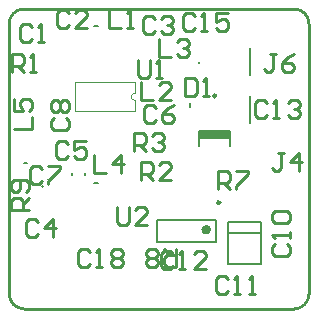
<source format=gto>
G04 Layer_Color=65535*
%FSLAX44Y44*%
%MOMM*%
G71*
G01*
G75*
%ADD27C,0.4000*%
%ADD29C,0.2540*%
%ADD30C,0.2000*%
%ADD39C,0.2500*%
%ADD40C,0.1000*%
%ADD41R,2.6000X0.7778*%
D27*
X168860Y67040D02*
G03*
X168860Y67040I-2000J0D01*
G01*
D29*
X127000Y228595D02*
Y213360D01*
X137157D01*
X142235Y226056D02*
X144774Y228595D01*
X149853D01*
X152392Y226056D01*
Y223517D01*
X149853Y220977D01*
X147313D01*
X149853D01*
X152392Y218438D01*
Y215899D01*
X149853Y213360D01*
X144774D01*
X142235Y215899D01*
X157477Y247646D02*
X154937Y250185D01*
X149859D01*
X147320Y247646D01*
Y237489D01*
X149859Y234950D01*
X154937D01*
X157477Y237489D01*
X162555Y234950D02*
X167633D01*
X165094D01*
Y250185D01*
X162555Y247646D01*
X185408Y250185D02*
X175251D01*
Y242568D01*
X180329Y245107D01*
X182868D01*
X185408Y242568D01*
Y237489D01*
X182868Y234950D01*
X177790D01*
X175251Y237489D01*
X218437Y173986D02*
X215898Y176525D01*
X210819D01*
X208280Y173986D01*
Y163829D01*
X210819Y161290D01*
X215898D01*
X218437Y163829D01*
X223515Y161290D02*
X228593D01*
X226054D01*
Y176525D01*
X223515Y173986D01*
X236211D02*
X238750Y176525D01*
X243829D01*
X246368Y173986D01*
Y171447D01*
X243829Y168908D01*
X241289D01*
X243829D01*
X246368Y166368D01*
Y163829D01*
X243829Y161290D01*
X238750D01*
X236211Y163829D01*
X27937Y118106D02*
X25398Y120645D01*
X20319D01*
X17780Y118106D01*
Y107949D01*
X20319Y105410D01*
X25398D01*
X27937Y107949D01*
X33015Y120645D02*
X43172D01*
Y118106D01*
X33015Y107949D01*
Y105410D01*
X68577Y48256D02*
X66038Y50795D01*
X60959D01*
X58420Y48256D01*
Y38099D01*
X60959Y35560D01*
X66038D01*
X68577Y38099D01*
X73655Y35560D02*
X78733D01*
X76194D01*
Y50795D01*
X73655Y48256D01*
X86351D02*
X88890Y50795D01*
X93968D01*
X96508Y48256D01*
Y45717D01*
X93968Y43177D01*
X96508Y40638D01*
Y38099D01*
X93968Y35560D01*
X88890D01*
X86351Y38099D01*
Y40638D01*
X88890Y43177D01*
X86351Y45717D01*
Y48256D01*
X88890Y43177D02*
X93968D01*
X140970Y50800D02*
Y35565D01*
X133352D01*
X130813Y38104D01*
Y43183D01*
X133352Y45722D01*
X140970D01*
X135892D02*
X130813Y50800D01*
X125735Y38104D02*
X123196Y35565D01*
X118117D01*
X115578Y38104D01*
Y40643D01*
X118117Y43183D01*
X115578Y45722D01*
Y48261D01*
X118117Y50800D01*
X123196D01*
X125735Y48261D01*
Y45722D01*
X123196Y43183D01*
X125735Y40643D01*
Y38104D01*
X123196Y43183D02*
X118117D01*
X176530Y101600D02*
Y116835D01*
X184147D01*
X186687Y114296D01*
Y109218D01*
X184147Y106678D01*
X176530D01*
X181608D02*
X186687Y101600D01*
X191765Y116835D02*
X201922D01*
Y114296D01*
X191765Y104139D01*
Y101600D01*
X105410Y133350D02*
Y148585D01*
X113027D01*
X115567Y146046D01*
Y140968D01*
X113027Y138428D01*
X105410D01*
X110488D02*
X115567Y133350D01*
X120645Y146046D02*
X123184Y148585D01*
X128263D01*
X130802Y146046D01*
Y143507D01*
X128263Y140968D01*
X125723D01*
X128263D01*
X130802Y138428D01*
Y135889D01*
X128263Y133350D01*
X123184D01*
X120645Y135889D01*
X111760Y109220D02*
Y124455D01*
X119377D01*
X121917Y121916D01*
Y116838D01*
X119377Y114298D01*
X111760D01*
X116838D02*
X121917Y109220D01*
X137152D02*
X126995D01*
X137152Y119377D01*
Y121916D01*
X134613Y124455D01*
X129534D01*
X126995Y121916D01*
X2540Y200660D02*
Y215895D01*
X10158D01*
X12697Y213356D01*
Y208277D01*
X10158Y205738D01*
X2540D01*
X7618D02*
X12697Y200660D01*
X17775D02*
X22853D01*
X20314D01*
Y215895D01*
X17775Y213356D01*
X111760Y191765D02*
Y176530D01*
X121917D01*
X137152D02*
X126995D01*
X137152Y186687D01*
Y189226D01*
X134613Y191765D01*
X129534D01*
X126995Y189226D01*
X84606Y252800D02*
Y237565D01*
X94763D01*
X99841D02*
X104920D01*
X102381D01*
Y252800D01*
X99841Y250261D01*
X138681Y46732D02*
X136142Y49271D01*
X131063D01*
X128524Y46732D01*
Y36575D01*
X131063Y34036D01*
X136142D01*
X138681Y36575D01*
X143759Y34036D02*
X148837D01*
X146298D01*
Y49271D01*
X143759Y46732D01*
X166612Y34036D02*
X156455D01*
X166612Y44193D01*
Y46732D01*
X164072Y49271D01*
X158994D01*
X156455Y46732D01*
X185417Y25396D02*
X182878Y27935D01*
X177799D01*
X175260Y25396D01*
Y15239D01*
X177799Y12700D01*
X182878D01*
X185417Y15239D01*
X190495Y12700D02*
X195573D01*
X193034D01*
Y27935D01*
X190495Y25396D01*
X203191Y12700D02*
X208269D01*
X205730D01*
Y27935D01*
X203191Y25396D01*
X224794Y54607D02*
X222255Y52067D01*
Y46989D01*
X224794Y44450D01*
X234951D01*
X237490Y46989D01*
Y52067D01*
X234951Y54607D01*
X237490Y59685D02*
Y64763D01*
Y62224D01*
X222255D01*
X224794Y59685D01*
Y72381D02*
X222255Y74920D01*
Y79998D01*
X224794Y82538D01*
X234951D01*
X237490Y79998D01*
Y74920D01*
X234951Y72381D01*
X224794D01*
X38104Y161287D02*
X35565Y158748D01*
Y153669D01*
X38104Y151130D01*
X48261D01*
X50800Y153669D01*
Y158748D01*
X48261Y161287D01*
X38104Y166365D02*
X35565Y168904D01*
Y173983D01*
X38104Y176522D01*
X40643D01*
X43183Y173983D01*
X45722Y176522D01*
X48261D01*
X50800Y173983D01*
Y168904D01*
X48261Y166365D01*
X45722D01*
X43183Y168904D01*
X40643Y166365D01*
X38104D01*
X43183Y168904D02*
Y173983D01*
X124457Y170176D02*
X121917Y172715D01*
X116839D01*
X114300Y170176D01*
Y160019D01*
X116839Y157480D01*
X121917D01*
X124457Y160019D01*
X139692Y172715D02*
X134613Y170176D01*
X129535Y165098D01*
Y160019D01*
X132074Y157480D01*
X137153D01*
X139692Y160019D01*
Y162558D01*
X137153Y165098D01*
X129535D01*
X49527Y139696D02*
X46988Y142235D01*
X41909D01*
X39370Y139696D01*
Y129539D01*
X41909Y127000D01*
X46988D01*
X49527Y129539D01*
X64762Y142235D02*
X54605D01*
Y134618D01*
X59683Y137157D01*
X62223D01*
X64762Y134618D01*
Y129539D01*
X62223Y127000D01*
X57144D01*
X54605Y129539D01*
X24127Y73656D02*
X21588Y76195D01*
X16509D01*
X13970Y73656D01*
Y63499D01*
X16509Y60960D01*
X21588D01*
X24127Y63499D01*
X36823Y60960D02*
Y76195D01*
X29205Y68577D01*
X39362D01*
X123187Y245106D02*
X120647Y247645D01*
X115569D01*
X113030Y245106D01*
Y234949D01*
X115569Y232410D01*
X120647D01*
X123187Y234949D01*
X128265Y245106D02*
X130804Y247645D01*
X135883D01*
X138422Y245106D01*
Y242567D01*
X135883Y240028D01*
X133343D01*
X135883D01*
X138422Y237488D01*
Y234949D01*
X135883Y232410D01*
X130804D01*
X128265Y234949D01*
X50797Y250186D02*
X48257Y252725D01*
X43179D01*
X40640Y250186D01*
Y240029D01*
X43179Y237490D01*
X48257D01*
X50797Y240029D01*
X66032Y237490D02*
X55875D01*
X66032Y247647D01*
Y250186D01*
X63493Y252725D01*
X58414D01*
X55875Y250186D01*
X19047Y238756D02*
X16508Y241295D01*
X11429D01*
X8890Y238756D01*
Y228599D01*
X11429Y226060D01*
X16508D01*
X19047Y228599D01*
X24125Y226060D02*
X29203D01*
X26664D01*
Y241295D01*
X24125Y238756D01*
X148590Y195785D02*
Y180550D01*
X156208D01*
X158747Y183089D01*
Y193246D01*
X156208Y195785D01*
X148590D01*
X163825Y180550D02*
X168903D01*
X166364D01*
Y195785D01*
X163825Y193246D01*
X226057Y215895D02*
X220978D01*
X223517D01*
Y203199D01*
X220978Y200660D01*
X218439D01*
X215900Y203199D01*
X241292Y215895D02*
X236213Y213356D01*
X231135Y208277D01*
Y203199D01*
X233674Y200660D01*
X238753D01*
X241292Y203199D01*
Y205738D01*
X238753Y208277D01*
X231135D01*
X232407Y132075D02*
X227328D01*
X229867D01*
Y119379D01*
X227328Y116840D01*
X224789D01*
X222250Y119379D01*
X245103Y116840D02*
Y132075D01*
X237485Y124458D01*
X247642D01*
X109220Y210815D02*
Y198119D01*
X111759Y195580D01*
X116838D01*
X119377Y198119D01*
Y210815D01*
X124455Y195580D02*
X129533D01*
X126994D01*
Y210815D01*
X124455Y208276D01*
X91440Y86355D02*
Y73659D01*
X93979Y71120D01*
X99058D01*
X101597Y73659D01*
Y86355D01*
X116832Y71120D02*
X106675D01*
X116832Y81277D01*
Y83816D01*
X114293Y86355D01*
X109214D01*
X106675Y83816D01*
X72136Y130043D02*
Y114808D01*
X82293D01*
X94989D02*
Y130043D01*
X87371Y122425D01*
X97528D01*
X3815Y152400D02*
X19050D01*
Y162557D01*
X3815Y177792D02*
Y167635D01*
X11432D01*
X8893Y172713D01*
Y175253D01*
X11432Y177792D01*
X16511D01*
X19050Y175253D01*
Y170174D01*
X16511Y167635D01*
X16510Y83820D02*
X1275D01*
Y91438D01*
X3814Y93977D01*
X8892D01*
X11432Y91438D01*
Y83820D01*
Y88898D02*
X16510Y93977D01*
X13971Y99055D02*
X16510Y101594D01*
Y106673D01*
X13971Y109212D01*
X3814D01*
X1275Y106673D01*
Y101594D01*
X3814Y99055D01*
X6353D01*
X8892Y101594D01*
Y109212D01*
X12700Y254000D02*
G03*
X0Y241300I0J-12700D01*
G01*
X254000D02*
G03*
X241300Y254000I-12700J0D01*
G01*
Y0D02*
G03*
X254000Y12700I0J12700D01*
G01*
X0D02*
G03*
X12700Y0I12700J0D01*
G01*
X0Y130810D02*
Y241300D01*
X12700Y254000D02*
X241300D01*
X254000Y12700D02*
Y241300D01*
X12700Y0D02*
X241300D01*
X0Y12700D02*
Y132080D01*
D30*
X160923Y207940D02*
X161630Y208647D01*
X186990Y137640D02*
Y150990D01*
X160990D02*
X186990D01*
X160990Y137640D02*
Y150990D01*
X204000Y198230D02*
Y220730D01*
Y157730D02*
Y180230D01*
X185390Y63880D02*
X213390D01*
Y37880D02*
Y73880D01*
X185390Y37880D02*
X213390D01*
X185390D02*
Y73880D01*
X213390D01*
X63920Y113800D02*
Y114800D01*
X52920Y113800D02*
Y114800D01*
X124860Y75040D02*
X174860D01*
X124860Y57040D02*
X174860D01*
Y75040D01*
X124860Y57040D02*
Y75040D01*
X153240Y171220D02*
Y174220D01*
X72160Y239600D02*
X75160D01*
X72160Y106250D02*
X75160D01*
X27461Y104396D02*
X28875Y102982D01*
X32764Y109699D02*
X34178Y108285D01*
X12470Y123620D02*
X15470D01*
D39*
X175240Y180490D02*
G03*
X175240Y180490I-1250J0D01*
G01*
X178660Y90040D02*
G03*
X178660Y90040I-1250J0D01*
G01*
D40*
X106680Y182845D02*
G03*
X106680Y176495I0J-3175D01*
G01*
X106680Y182845D02*
Y191820D01*
Y176495D02*
X106680Y167520D01*
X55880D02*
X106680D01*
X55880D02*
Y191820D01*
X106680D01*
D41*
X173990Y147107D02*
D03*
M02*

</source>
